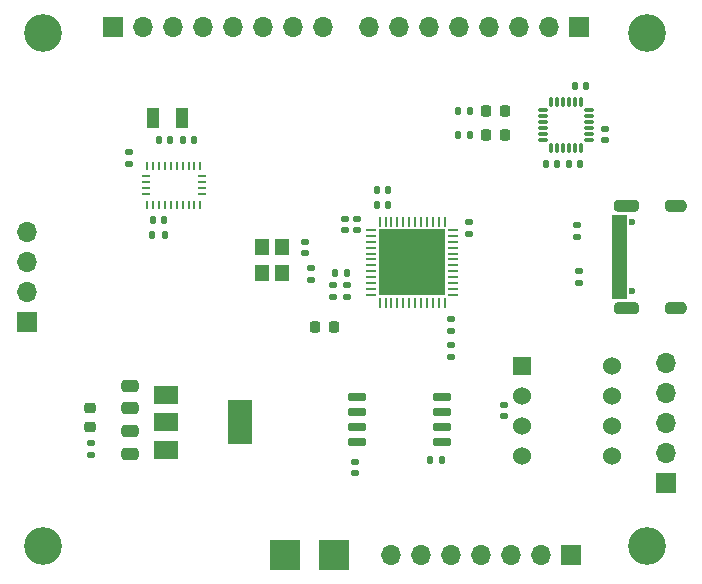
<source format=gbr>
%TF.GenerationSoftware,KiCad,Pcbnew,8.0.1*%
%TF.CreationDate,2024-07-28T14:25:14-07:00*%
%TF.ProjectId,RCS_Hardware,5243535f-4861-4726-9477-6172652e6b69,rev?*%
%TF.SameCoordinates,Original*%
%TF.FileFunction,Soldermask,Top*%
%TF.FilePolarity,Negative*%
%FSLAX46Y46*%
G04 Gerber Fmt 4.6, Leading zero omitted, Abs format (unit mm)*
G04 Created by KiCad (PCBNEW 8.0.1) date 2024-07-28 14:25:14*
%MOMM*%
%LPD*%
G01*
G04 APERTURE LIST*
G04 Aperture macros list*
%AMRoundRect*
0 Rectangle with rounded corners*
0 $1 Rounding radius*
0 $2 $3 $4 $5 $6 $7 $8 $9 X,Y pos of 4 corners*
0 Add a 4 corners polygon primitive as box body*
4,1,4,$2,$3,$4,$5,$6,$7,$8,$9,$2,$3,0*
0 Add four circle primitives for the rounded corners*
1,1,$1+$1,$2,$3*
1,1,$1+$1,$4,$5*
1,1,$1+$1,$6,$7*
1,1,$1+$1,$8,$9*
0 Add four rect primitives between the rounded corners*
20,1,$1+$1,$2,$3,$4,$5,0*
20,1,$1+$1,$4,$5,$6,$7,0*
20,1,$1+$1,$6,$7,$8,$9,0*
20,1,$1+$1,$8,$9,$2,$3,0*%
G04 Aperture macros list end*
%ADD10C,0.010000*%
%ADD11R,2.500000X2.500000*%
%ADD12RoundRect,0.140000X0.170000X-0.140000X0.170000X0.140000X-0.170000X0.140000X-0.170000X-0.140000X0*%
%ADD13RoundRect,0.140000X0.140000X0.170000X-0.140000X0.170000X-0.140000X-0.170000X0.140000X-0.170000X0*%
%ADD14R,1.524000X1.524000*%
%ADD15C,1.524000*%
%ADD16RoundRect,0.218750X-0.218750X-0.256250X0.218750X-0.256250X0.218750X0.256250X-0.218750X0.256250X0*%
%ADD17RoundRect,0.075000X-0.350000X-0.075000X0.350000X-0.075000X0.350000X0.075000X-0.350000X0.075000X0*%
%ADD18RoundRect,0.075000X0.075000X-0.350000X0.075000X0.350000X-0.075000X0.350000X-0.075000X-0.350000X0*%
%ADD19RoundRect,0.140000X-0.170000X0.140000X-0.170000X-0.140000X0.170000X-0.140000X0.170000X0.140000X0*%
%ADD20C,3.200000*%
%ADD21C,0.600000*%
%ADD22R,1.200000X1.400000*%
%ADD23RoundRect,0.140000X-0.140000X-0.170000X0.140000X-0.170000X0.140000X0.170000X-0.140000X0.170000X0*%
%ADD24R,1.700000X1.700000*%
%ADD25O,1.700000X1.700000*%
%ADD26RoundRect,0.135000X-0.185000X0.135000X-0.185000X-0.135000X0.185000X-0.135000X0.185000X0.135000X0*%
%ADD27RoundRect,0.150000X0.650000X0.150000X-0.650000X0.150000X-0.650000X-0.150000X0.650000X-0.150000X0*%
%ADD28RoundRect,0.135000X0.185000X-0.135000X0.185000X0.135000X-0.185000X0.135000X-0.185000X-0.135000X0*%
%ADD29RoundRect,0.250000X0.475000X-0.250000X0.475000X0.250000X-0.475000X0.250000X-0.475000X-0.250000X0*%
%ADD30RoundRect,0.135000X0.135000X0.185000X-0.135000X0.185000X-0.135000X-0.185000X0.135000X-0.185000X0*%
%ADD31RoundRect,0.135000X-0.135000X-0.185000X0.135000X-0.185000X0.135000X0.185000X-0.135000X0.185000X0*%
%ADD32RoundRect,0.062500X-0.375000X-0.062500X0.375000X-0.062500X0.375000X0.062500X-0.375000X0.062500X0*%
%ADD33RoundRect,0.062500X-0.062500X-0.375000X0.062500X-0.375000X0.062500X0.375000X-0.062500X0.375000X0*%
%ADD34R,5.600000X5.600000*%
%ADD35R,1.000000X1.800000*%
%ADD36R,2.000000X1.500000*%
%ADD37R,2.000000X3.800000*%
%ADD38RoundRect,0.218750X0.256250X-0.218750X0.256250X0.218750X-0.256250X0.218750X-0.256250X-0.218750X0*%
%ADD39R,0.254000X0.675000*%
%ADD40R,0.675000X0.254000*%
G04 APERTURE END LIST*
D10*
%TO.C,J2*%
X159926000Y-93876000D02*
X159952000Y-93878000D01*
X159978000Y-93881000D01*
X160004000Y-93886000D01*
X160029000Y-93892000D01*
X160055000Y-93899000D01*
X160079000Y-93908000D01*
X160103000Y-93918000D01*
X160127000Y-93929000D01*
X160150000Y-93942000D01*
X160172000Y-93956000D01*
X160194000Y-93970000D01*
X160215000Y-93986000D01*
X160235000Y-94003000D01*
X160254000Y-94021000D01*
X160272000Y-94040000D01*
X160289000Y-94060000D01*
X160305000Y-94081000D01*
X160319000Y-94103000D01*
X160333000Y-94125000D01*
X160346000Y-94148000D01*
X160357000Y-94172000D01*
X160367000Y-94196000D01*
X160376000Y-94220000D01*
X160383000Y-94246000D01*
X160389000Y-94271000D01*
X160394000Y-94297000D01*
X160397000Y-94323000D01*
X160399000Y-94349000D01*
X160400000Y-94375000D01*
X160399000Y-94401000D01*
X160397000Y-94427000D01*
X160394000Y-94453000D01*
X160389000Y-94479000D01*
X160383000Y-94504000D01*
X160376000Y-94530000D01*
X160367000Y-94554000D01*
X160357000Y-94578000D01*
X160346000Y-94602000D01*
X160333000Y-94625000D01*
X160319000Y-94647000D01*
X160305000Y-94669000D01*
X160289000Y-94690000D01*
X160272000Y-94710000D01*
X160254000Y-94729000D01*
X160235000Y-94747000D01*
X160215000Y-94764000D01*
X160194000Y-94780000D01*
X160172000Y-94794000D01*
X160150000Y-94808000D01*
X160127000Y-94821000D01*
X160103000Y-94832000D01*
X160079000Y-94842000D01*
X160055000Y-94851000D01*
X160029000Y-94858000D01*
X160004000Y-94864000D01*
X159978000Y-94869000D01*
X159952000Y-94872000D01*
X159926000Y-94874000D01*
X159900000Y-94875000D01*
X159100000Y-94875000D01*
X159074000Y-94874000D01*
X159048000Y-94872000D01*
X159022000Y-94869000D01*
X158996000Y-94864000D01*
X158971000Y-94858000D01*
X158945000Y-94851000D01*
X158921000Y-94842000D01*
X158897000Y-94832000D01*
X158873000Y-94821000D01*
X158850000Y-94808000D01*
X158828000Y-94794000D01*
X158806000Y-94780000D01*
X158785000Y-94764000D01*
X158765000Y-94747000D01*
X158746000Y-94729000D01*
X158728000Y-94710000D01*
X158711000Y-94690000D01*
X158695000Y-94669000D01*
X158681000Y-94647000D01*
X158667000Y-94625000D01*
X158654000Y-94602000D01*
X158643000Y-94578000D01*
X158633000Y-94554000D01*
X158624000Y-94530000D01*
X158617000Y-94504000D01*
X158611000Y-94479000D01*
X158606000Y-94453000D01*
X158603000Y-94427000D01*
X158601000Y-94401000D01*
X158600000Y-94375000D01*
X158601000Y-94349000D01*
X158603000Y-94323000D01*
X158606000Y-94297000D01*
X158611000Y-94271000D01*
X158617000Y-94246000D01*
X158624000Y-94220000D01*
X158633000Y-94196000D01*
X158643000Y-94172000D01*
X158654000Y-94148000D01*
X158667000Y-94125000D01*
X158681000Y-94103000D01*
X158695000Y-94081000D01*
X158711000Y-94060000D01*
X158728000Y-94040000D01*
X158746000Y-94021000D01*
X158765000Y-94003000D01*
X158785000Y-93986000D01*
X158806000Y-93970000D01*
X158828000Y-93956000D01*
X158850000Y-93942000D01*
X158873000Y-93929000D01*
X158897000Y-93918000D01*
X158921000Y-93908000D01*
X158945000Y-93899000D01*
X158971000Y-93892000D01*
X158996000Y-93886000D01*
X159022000Y-93881000D01*
X159048000Y-93878000D01*
X159074000Y-93876000D01*
X159100000Y-93875000D01*
X159900000Y-93875000D01*
X159926000Y-93876000D01*
G36*
X159926000Y-93876000D02*
G01*
X159952000Y-93878000D01*
X159978000Y-93881000D01*
X160004000Y-93886000D01*
X160029000Y-93892000D01*
X160055000Y-93899000D01*
X160079000Y-93908000D01*
X160103000Y-93918000D01*
X160127000Y-93929000D01*
X160150000Y-93942000D01*
X160172000Y-93956000D01*
X160194000Y-93970000D01*
X160215000Y-93986000D01*
X160235000Y-94003000D01*
X160254000Y-94021000D01*
X160272000Y-94040000D01*
X160289000Y-94060000D01*
X160305000Y-94081000D01*
X160319000Y-94103000D01*
X160333000Y-94125000D01*
X160346000Y-94148000D01*
X160357000Y-94172000D01*
X160367000Y-94196000D01*
X160376000Y-94220000D01*
X160383000Y-94246000D01*
X160389000Y-94271000D01*
X160394000Y-94297000D01*
X160397000Y-94323000D01*
X160399000Y-94349000D01*
X160400000Y-94375000D01*
X160399000Y-94401000D01*
X160397000Y-94427000D01*
X160394000Y-94453000D01*
X160389000Y-94479000D01*
X160383000Y-94504000D01*
X160376000Y-94530000D01*
X160367000Y-94554000D01*
X160357000Y-94578000D01*
X160346000Y-94602000D01*
X160333000Y-94625000D01*
X160319000Y-94647000D01*
X160305000Y-94669000D01*
X160289000Y-94690000D01*
X160272000Y-94710000D01*
X160254000Y-94729000D01*
X160235000Y-94747000D01*
X160215000Y-94764000D01*
X160194000Y-94780000D01*
X160172000Y-94794000D01*
X160150000Y-94808000D01*
X160127000Y-94821000D01*
X160103000Y-94832000D01*
X160079000Y-94842000D01*
X160055000Y-94851000D01*
X160029000Y-94858000D01*
X160004000Y-94864000D01*
X159978000Y-94869000D01*
X159952000Y-94872000D01*
X159926000Y-94874000D01*
X159900000Y-94875000D01*
X159100000Y-94875000D01*
X159074000Y-94874000D01*
X159048000Y-94872000D01*
X159022000Y-94869000D01*
X158996000Y-94864000D01*
X158971000Y-94858000D01*
X158945000Y-94851000D01*
X158921000Y-94842000D01*
X158897000Y-94832000D01*
X158873000Y-94821000D01*
X158850000Y-94808000D01*
X158828000Y-94794000D01*
X158806000Y-94780000D01*
X158785000Y-94764000D01*
X158765000Y-94747000D01*
X158746000Y-94729000D01*
X158728000Y-94710000D01*
X158711000Y-94690000D01*
X158695000Y-94669000D01*
X158681000Y-94647000D01*
X158667000Y-94625000D01*
X158654000Y-94602000D01*
X158643000Y-94578000D01*
X158633000Y-94554000D01*
X158624000Y-94530000D01*
X158617000Y-94504000D01*
X158611000Y-94479000D01*
X158606000Y-94453000D01*
X158603000Y-94427000D01*
X158601000Y-94401000D01*
X158600000Y-94375000D01*
X158601000Y-94349000D01*
X158603000Y-94323000D01*
X158606000Y-94297000D01*
X158611000Y-94271000D01*
X158617000Y-94246000D01*
X158624000Y-94220000D01*
X158633000Y-94196000D01*
X158643000Y-94172000D01*
X158654000Y-94148000D01*
X158667000Y-94125000D01*
X158681000Y-94103000D01*
X158695000Y-94081000D01*
X158711000Y-94060000D01*
X158728000Y-94040000D01*
X158746000Y-94021000D01*
X158765000Y-94003000D01*
X158785000Y-93986000D01*
X158806000Y-93970000D01*
X158828000Y-93956000D01*
X158850000Y-93942000D01*
X158873000Y-93929000D01*
X158897000Y-93918000D01*
X158921000Y-93908000D01*
X158945000Y-93899000D01*
X158971000Y-93892000D01*
X158996000Y-93886000D01*
X159022000Y-93881000D01*
X159048000Y-93878000D01*
X159074000Y-93876000D01*
X159100000Y-93875000D01*
X159900000Y-93875000D01*
X159926000Y-93876000D01*
G37*
X155906000Y-93876000D02*
X155932000Y-93878000D01*
X155958000Y-93881000D01*
X155984000Y-93886000D01*
X156009000Y-93892000D01*
X156035000Y-93899000D01*
X156059000Y-93908000D01*
X156083000Y-93918000D01*
X156107000Y-93929000D01*
X156130000Y-93942000D01*
X156152000Y-93956000D01*
X156174000Y-93970000D01*
X156195000Y-93986000D01*
X156215000Y-94003000D01*
X156234000Y-94021000D01*
X156252000Y-94040000D01*
X156269000Y-94060000D01*
X156285000Y-94081000D01*
X156299000Y-94103000D01*
X156313000Y-94125000D01*
X156326000Y-94148000D01*
X156337000Y-94172000D01*
X156347000Y-94196000D01*
X156356000Y-94220000D01*
X156363000Y-94246000D01*
X156369000Y-94271000D01*
X156374000Y-94297000D01*
X156377000Y-94323000D01*
X156379000Y-94349000D01*
X156380000Y-94375000D01*
X156379000Y-94405000D01*
X156376000Y-94432000D01*
X156372000Y-94458000D01*
X156367000Y-94484000D01*
X156360000Y-94509000D01*
X156353000Y-94534000D01*
X156343000Y-94559000D01*
X156333000Y-94583000D01*
X156321000Y-94607000D01*
X156308000Y-94630000D01*
X156294000Y-94652000D01*
X156278000Y-94674000D01*
X156262000Y-94695000D01*
X156244000Y-94714000D01*
X156226000Y-94733000D01*
X156206000Y-94751000D01*
X156186000Y-94768000D01*
X156165000Y-94784000D01*
X156143000Y-94798000D01*
X156120000Y-94812000D01*
X156096000Y-94824000D01*
X156072000Y-94835000D01*
X156048000Y-94845000D01*
X156023000Y-94853000D01*
X155997000Y-94860000D01*
X155971000Y-94866000D01*
X155945000Y-94870000D01*
X155919000Y-94873000D01*
X155893000Y-94875000D01*
X155870000Y-94875000D01*
X154770000Y-94875000D01*
X154740000Y-94874000D01*
X154715000Y-94871000D01*
X154689000Y-94868000D01*
X154664000Y-94862000D01*
X154639000Y-94856000D01*
X154614000Y-94848000D01*
X154590000Y-94839000D01*
X154566000Y-94829000D01*
X154543000Y-94817000D01*
X154520000Y-94804000D01*
X154498000Y-94790000D01*
X154477000Y-94775000D01*
X154457000Y-94759000D01*
X154437000Y-94742000D01*
X154419000Y-94724000D01*
X154401000Y-94705000D01*
X154385000Y-94685000D01*
X154369000Y-94664000D01*
X154355000Y-94642000D01*
X154342000Y-94620000D01*
X154330000Y-94597000D01*
X154319000Y-94573000D01*
X154310000Y-94549000D01*
X154302000Y-94525000D01*
X154295000Y-94500000D01*
X154289000Y-94474000D01*
X154285000Y-94449000D01*
X154282000Y-94423000D01*
X154280000Y-94397000D01*
X154280000Y-94375000D01*
X154281000Y-94349000D01*
X154283000Y-94323000D01*
X154286000Y-94297000D01*
X154291000Y-94271000D01*
X154297000Y-94246000D01*
X154304000Y-94220000D01*
X154313000Y-94196000D01*
X154323000Y-94172000D01*
X154334000Y-94148000D01*
X154347000Y-94125000D01*
X154361000Y-94103000D01*
X154375000Y-94081000D01*
X154391000Y-94060000D01*
X154408000Y-94040000D01*
X154426000Y-94021000D01*
X154445000Y-94003000D01*
X154465000Y-93986000D01*
X154486000Y-93970000D01*
X154508000Y-93956000D01*
X154530000Y-93942000D01*
X154553000Y-93929000D01*
X154577000Y-93918000D01*
X154601000Y-93908000D01*
X154625000Y-93899000D01*
X154651000Y-93892000D01*
X154676000Y-93886000D01*
X154702000Y-93881000D01*
X154728000Y-93878000D01*
X154754000Y-93876000D01*
X154780000Y-93875000D01*
X155880000Y-93875000D01*
X155906000Y-93876000D01*
G36*
X155906000Y-93876000D02*
G01*
X155932000Y-93878000D01*
X155958000Y-93881000D01*
X155984000Y-93886000D01*
X156009000Y-93892000D01*
X156035000Y-93899000D01*
X156059000Y-93908000D01*
X156083000Y-93918000D01*
X156107000Y-93929000D01*
X156130000Y-93942000D01*
X156152000Y-93956000D01*
X156174000Y-93970000D01*
X156195000Y-93986000D01*
X156215000Y-94003000D01*
X156234000Y-94021000D01*
X156252000Y-94040000D01*
X156269000Y-94060000D01*
X156285000Y-94081000D01*
X156299000Y-94103000D01*
X156313000Y-94125000D01*
X156326000Y-94148000D01*
X156337000Y-94172000D01*
X156347000Y-94196000D01*
X156356000Y-94220000D01*
X156363000Y-94246000D01*
X156369000Y-94271000D01*
X156374000Y-94297000D01*
X156377000Y-94323000D01*
X156379000Y-94349000D01*
X156380000Y-94375000D01*
X156379000Y-94405000D01*
X156376000Y-94432000D01*
X156372000Y-94458000D01*
X156367000Y-94484000D01*
X156360000Y-94509000D01*
X156353000Y-94534000D01*
X156343000Y-94559000D01*
X156333000Y-94583000D01*
X156321000Y-94607000D01*
X156308000Y-94630000D01*
X156294000Y-94652000D01*
X156278000Y-94674000D01*
X156262000Y-94695000D01*
X156244000Y-94714000D01*
X156226000Y-94733000D01*
X156206000Y-94751000D01*
X156186000Y-94768000D01*
X156165000Y-94784000D01*
X156143000Y-94798000D01*
X156120000Y-94812000D01*
X156096000Y-94824000D01*
X156072000Y-94835000D01*
X156048000Y-94845000D01*
X156023000Y-94853000D01*
X155997000Y-94860000D01*
X155971000Y-94866000D01*
X155945000Y-94870000D01*
X155919000Y-94873000D01*
X155893000Y-94875000D01*
X155870000Y-94875000D01*
X154770000Y-94875000D01*
X154740000Y-94874000D01*
X154715000Y-94871000D01*
X154689000Y-94868000D01*
X154664000Y-94862000D01*
X154639000Y-94856000D01*
X154614000Y-94848000D01*
X154590000Y-94839000D01*
X154566000Y-94829000D01*
X154543000Y-94817000D01*
X154520000Y-94804000D01*
X154498000Y-94790000D01*
X154477000Y-94775000D01*
X154457000Y-94759000D01*
X154437000Y-94742000D01*
X154419000Y-94724000D01*
X154401000Y-94705000D01*
X154385000Y-94685000D01*
X154369000Y-94664000D01*
X154355000Y-94642000D01*
X154342000Y-94620000D01*
X154330000Y-94597000D01*
X154319000Y-94573000D01*
X154310000Y-94549000D01*
X154302000Y-94525000D01*
X154295000Y-94500000D01*
X154289000Y-94474000D01*
X154285000Y-94449000D01*
X154282000Y-94423000D01*
X154280000Y-94397000D01*
X154280000Y-94375000D01*
X154281000Y-94349000D01*
X154283000Y-94323000D01*
X154286000Y-94297000D01*
X154291000Y-94271000D01*
X154297000Y-94246000D01*
X154304000Y-94220000D01*
X154313000Y-94196000D01*
X154323000Y-94172000D01*
X154334000Y-94148000D01*
X154347000Y-94125000D01*
X154361000Y-94103000D01*
X154375000Y-94081000D01*
X154391000Y-94060000D01*
X154408000Y-94040000D01*
X154426000Y-94021000D01*
X154445000Y-94003000D01*
X154465000Y-93986000D01*
X154486000Y-93970000D01*
X154508000Y-93956000D01*
X154530000Y-93942000D01*
X154553000Y-93929000D01*
X154577000Y-93918000D01*
X154601000Y-93908000D01*
X154625000Y-93899000D01*
X154651000Y-93892000D01*
X154676000Y-93886000D01*
X154702000Y-93881000D01*
X154728000Y-93878000D01*
X154754000Y-93876000D01*
X154780000Y-93875000D01*
X155880000Y-93875000D01*
X155906000Y-93876000D01*
G37*
X159926000Y-102526000D02*
X159952000Y-102528000D01*
X159978000Y-102531000D01*
X160004000Y-102536000D01*
X160029000Y-102542000D01*
X160055000Y-102549000D01*
X160079000Y-102558000D01*
X160103000Y-102568000D01*
X160127000Y-102579000D01*
X160150000Y-102592000D01*
X160172000Y-102606000D01*
X160194000Y-102620000D01*
X160215000Y-102636000D01*
X160235000Y-102653000D01*
X160254000Y-102671000D01*
X160272000Y-102690000D01*
X160289000Y-102710000D01*
X160305000Y-102731000D01*
X160319000Y-102753000D01*
X160333000Y-102775000D01*
X160346000Y-102798000D01*
X160357000Y-102822000D01*
X160367000Y-102846000D01*
X160376000Y-102870000D01*
X160383000Y-102896000D01*
X160389000Y-102921000D01*
X160394000Y-102947000D01*
X160397000Y-102973000D01*
X160399000Y-102999000D01*
X160400000Y-103025000D01*
X160399000Y-103051000D01*
X160397000Y-103077000D01*
X160394000Y-103103000D01*
X160389000Y-103129000D01*
X160383000Y-103154000D01*
X160376000Y-103180000D01*
X160367000Y-103204000D01*
X160357000Y-103228000D01*
X160346000Y-103252000D01*
X160333000Y-103275000D01*
X160319000Y-103297000D01*
X160305000Y-103319000D01*
X160289000Y-103340000D01*
X160272000Y-103360000D01*
X160254000Y-103379000D01*
X160235000Y-103397000D01*
X160215000Y-103414000D01*
X160194000Y-103430000D01*
X160172000Y-103444000D01*
X160150000Y-103458000D01*
X160127000Y-103471000D01*
X160103000Y-103482000D01*
X160079000Y-103492000D01*
X160055000Y-103501000D01*
X160029000Y-103508000D01*
X160004000Y-103514000D01*
X159978000Y-103519000D01*
X159952000Y-103522000D01*
X159926000Y-103524000D01*
X159900000Y-103525000D01*
X159100000Y-103525000D01*
X159074000Y-103524000D01*
X159048000Y-103522000D01*
X159022000Y-103519000D01*
X158996000Y-103514000D01*
X158971000Y-103508000D01*
X158945000Y-103501000D01*
X158921000Y-103492000D01*
X158897000Y-103482000D01*
X158873000Y-103471000D01*
X158850000Y-103458000D01*
X158828000Y-103444000D01*
X158806000Y-103430000D01*
X158785000Y-103414000D01*
X158765000Y-103397000D01*
X158746000Y-103379000D01*
X158728000Y-103360000D01*
X158711000Y-103340000D01*
X158695000Y-103319000D01*
X158681000Y-103297000D01*
X158667000Y-103275000D01*
X158654000Y-103252000D01*
X158643000Y-103228000D01*
X158633000Y-103204000D01*
X158624000Y-103180000D01*
X158617000Y-103154000D01*
X158611000Y-103129000D01*
X158606000Y-103103000D01*
X158603000Y-103077000D01*
X158601000Y-103051000D01*
X158600000Y-103025000D01*
X158601000Y-102999000D01*
X158603000Y-102973000D01*
X158606000Y-102947000D01*
X158611000Y-102921000D01*
X158617000Y-102896000D01*
X158624000Y-102870000D01*
X158633000Y-102846000D01*
X158643000Y-102822000D01*
X158654000Y-102798000D01*
X158667000Y-102775000D01*
X158681000Y-102753000D01*
X158695000Y-102731000D01*
X158711000Y-102710000D01*
X158728000Y-102690000D01*
X158746000Y-102671000D01*
X158765000Y-102653000D01*
X158785000Y-102636000D01*
X158806000Y-102620000D01*
X158828000Y-102606000D01*
X158850000Y-102592000D01*
X158873000Y-102579000D01*
X158897000Y-102568000D01*
X158921000Y-102558000D01*
X158945000Y-102549000D01*
X158971000Y-102542000D01*
X158996000Y-102536000D01*
X159022000Y-102531000D01*
X159048000Y-102528000D01*
X159074000Y-102526000D01*
X159100000Y-102525000D01*
X159900000Y-102525000D01*
X159926000Y-102526000D01*
G36*
X159926000Y-102526000D02*
G01*
X159952000Y-102528000D01*
X159978000Y-102531000D01*
X160004000Y-102536000D01*
X160029000Y-102542000D01*
X160055000Y-102549000D01*
X160079000Y-102558000D01*
X160103000Y-102568000D01*
X160127000Y-102579000D01*
X160150000Y-102592000D01*
X160172000Y-102606000D01*
X160194000Y-102620000D01*
X160215000Y-102636000D01*
X160235000Y-102653000D01*
X160254000Y-102671000D01*
X160272000Y-102690000D01*
X160289000Y-102710000D01*
X160305000Y-102731000D01*
X160319000Y-102753000D01*
X160333000Y-102775000D01*
X160346000Y-102798000D01*
X160357000Y-102822000D01*
X160367000Y-102846000D01*
X160376000Y-102870000D01*
X160383000Y-102896000D01*
X160389000Y-102921000D01*
X160394000Y-102947000D01*
X160397000Y-102973000D01*
X160399000Y-102999000D01*
X160400000Y-103025000D01*
X160399000Y-103051000D01*
X160397000Y-103077000D01*
X160394000Y-103103000D01*
X160389000Y-103129000D01*
X160383000Y-103154000D01*
X160376000Y-103180000D01*
X160367000Y-103204000D01*
X160357000Y-103228000D01*
X160346000Y-103252000D01*
X160333000Y-103275000D01*
X160319000Y-103297000D01*
X160305000Y-103319000D01*
X160289000Y-103340000D01*
X160272000Y-103360000D01*
X160254000Y-103379000D01*
X160235000Y-103397000D01*
X160215000Y-103414000D01*
X160194000Y-103430000D01*
X160172000Y-103444000D01*
X160150000Y-103458000D01*
X160127000Y-103471000D01*
X160103000Y-103482000D01*
X160079000Y-103492000D01*
X160055000Y-103501000D01*
X160029000Y-103508000D01*
X160004000Y-103514000D01*
X159978000Y-103519000D01*
X159952000Y-103522000D01*
X159926000Y-103524000D01*
X159900000Y-103525000D01*
X159100000Y-103525000D01*
X159074000Y-103524000D01*
X159048000Y-103522000D01*
X159022000Y-103519000D01*
X158996000Y-103514000D01*
X158971000Y-103508000D01*
X158945000Y-103501000D01*
X158921000Y-103492000D01*
X158897000Y-103482000D01*
X158873000Y-103471000D01*
X158850000Y-103458000D01*
X158828000Y-103444000D01*
X158806000Y-103430000D01*
X158785000Y-103414000D01*
X158765000Y-103397000D01*
X158746000Y-103379000D01*
X158728000Y-103360000D01*
X158711000Y-103340000D01*
X158695000Y-103319000D01*
X158681000Y-103297000D01*
X158667000Y-103275000D01*
X158654000Y-103252000D01*
X158643000Y-103228000D01*
X158633000Y-103204000D01*
X158624000Y-103180000D01*
X158617000Y-103154000D01*
X158611000Y-103129000D01*
X158606000Y-103103000D01*
X158603000Y-103077000D01*
X158601000Y-103051000D01*
X158600000Y-103025000D01*
X158601000Y-102999000D01*
X158603000Y-102973000D01*
X158606000Y-102947000D01*
X158611000Y-102921000D01*
X158617000Y-102896000D01*
X158624000Y-102870000D01*
X158633000Y-102846000D01*
X158643000Y-102822000D01*
X158654000Y-102798000D01*
X158667000Y-102775000D01*
X158681000Y-102753000D01*
X158695000Y-102731000D01*
X158711000Y-102710000D01*
X158728000Y-102690000D01*
X158746000Y-102671000D01*
X158765000Y-102653000D01*
X158785000Y-102636000D01*
X158806000Y-102620000D01*
X158828000Y-102606000D01*
X158850000Y-102592000D01*
X158873000Y-102579000D01*
X158897000Y-102568000D01*
X158921000Y-102558000D01*
X158945000Y-102549000D01*
X158971000Y-102542000D01*
X158996000Y-102536000D01*
X159022000Y-102531000D01*
X159048000Y-102528000D01*
X159074000Y-102526000D01*
X159100000Y-102525000D01*
X159900000Y-102525000D01*
X159926000Y-102526000D01*
G37*
X155906000Y-102526000D02*
X155932000Y-102528000D01*
X155958000Y-102531000D01*
X155984000Y-102536000D01*
X156009000Y-102542000D01*
X156035000Y-102549000D01*
X156059000Y-102558000D01*
X156083000Y-102568000D01*
X156107000Y-102579000D01*
X156130000Y-102592000D01*
X156152000Y-102606000D01*
X156174000Y-102620000D01*
X156195000Y-102636000D01*
X156215000Y-102653000D01*
X156234000Y-102671000D01*
X156252000Y-102690000D01*
X156269000Y-102710000D01*
X156285000Y-102731000D01*
X156299000Y-102753000D01*
X156313000Y-102775000D01*
X156326000Y-102798000D01*
X156337000Y-102822000D01*
X156347000Y-102846000D01*
X156356000Y-102870000D01*
X156363000Y-102896000D01*
X156369000Y-102921000D01*
X156374000Y-102947000D01*
X156377000Y-102973000D01*
X156379000Y-102999000D01*
X156380000Y-103025000D01*
X156379000Y-103051000D01*
X156377000Y-103077000D01*
X156374000Y-103103000D01*
X156369000Y-103129000D01*
X156363000Y-103154000D01*
X156356000Y-103180000D01*
X156347000Y-103204000D01*
X156337000Y-103228000D01*
X156326000Y-103252000D01*
X156313000Y-103275000D01*
X156299000Y-103297000D01*
X156285000Y-103319000D01*
X156269000Y-103340000D01*
X156252000Y-103360000D01*
X156234000Y-103379000D01*
X156215000Y-103397000D01*
X156195000Y-103414000D01*
X156174000Y-103430000D01*
X156152000Y-103444000D01*
X156130000Y-103458000D01*
X156107000Y-103471000D01*
X156083000Y-103482000D01*
X156059000Y-103492000D01*
X156035000Y-103501000D01*
X156009000Y-103508000D01*
X155984000Y-103514000D01*
X155958000Y-103519000D01*
X155932000Y-103522000D01*
X155906000Y-103524000D01*
X155880000Y-103525000D01*
X154780000Y-103525000D01*
X154754000Y-103524000D01*
X154728000Y-103522000D01*
X154702000Y-103519000D01*
X154676000Y-103514000D01*
X154651000Y-103508000D01*
X154625000Y-103501000D01*
X154601000Y-103492000D01*
X154577000Y-103482000D01*
X154553000Y-103471000D01*
X154530000Y-103458000D01*
X154508000Y-103444000D01*
X154486000Y-103430000D01*
X154465000Y-103414000D01*
X154445000Y-103397000D01*
X154426000Y-103379000D01*
X154408000Y-103360000D01*
X154391000Y-103340000D01*
X154375000Y-103319000D01*
X154361000Y-103297000D01*
X154347000Y-103275000D01*
X154334000Y-103252000D01*
X154323000Y-103228000D01*
X154313000Y-103204000D01*
X154304000Y-103180000D01*
X154297000Y-103154000D01*
X154291000Y-103129000D01*
X154286000Y-103103000D01*
X154283000Y-103077000D01*
X154281000Y-103051000D01*
X154280000Y-103025000D01*
X154281000Y-102999000D01*
X154283000Y-102973000D01*
X154286000Y-102947000D01*
X154291000Y-102921000D01*
X154297000Y-102896000D01*
X154304000Y-102870000D01*
X154313000Y-102846000D01*
X154323000Y-102822000D01*
X154334000Y-102798000D01*
X154347000Y-102775000D01*
X154361000Y-102753000D01*
X154375000Y-102731000D01*
X154391000Y-102710000D01*
X154408000Y-102690000D01*
X154426000Y-102671000D01*
X154445000Y-102653000D01*
X154465000Y-102636000D01*
X154486000Y-102620000D01*
X154508000Y-102606000D01*
X154530000Y-102592000D01*
X154553000Y-102579000D01*
X154577000Y-102568000D01*
X154601000Y-102558000D01*
X154625000Y-102549000D01*
X154651000Y-102542000D01*
X154676000Y-102536000D01*
X154702000Y-102531000D01*
X154728000Y-102528000D01*
X154754000Y-102526000D01*
X154780000Y-102525000D01*
X155880000Y-102525000D01*
X155906000Y-102526000D01*
G36*
X155906000Y-102526000D02*
G01*
X155932000Y-102528000D01*
X155958000Y-102531000D01*
X155984000Y-102536000D01*
X156009000Y-102542000D01*
X156035000Y-102549000D01*
X156059000Y-102558000D01*
X156083000Y-102568000D01*
X156107000Y-102579000D01*
X156130000Y-102592000D01*
X156152000Y-102606000D01*
X156174000Y-102620000D01*
X156195000Y-102636000D01*
X156215000Y-102653000D01*
X156234000Y-102671000D01*
X156252000Y-102690000D01*
X156269000Y-102710000D01*
X156285000Y-102731000D01*
X156299000Y-102753000D01*
X156313000Y-102775000D01*
X156326000Y-102798000D01*
X156337000Y-102822000D01*
X156347000Y-102846000D01*
X156356000Y-102870000D01*
X156363000Y-102896000D01*
X156369000Y-102921000D01*
X156374000Y-102947000D01*
X156377000Y-102973000D01*
X156379000Y-102999000D01*
X156380000Y-103025000D01*
X156379000Y-103051000D01*
X156377000Y-103077000D01*
X156374000Y-103103000D01*
X156369000Y-103129000D01*
X156363000Y-103154000D01*
X156356000Y-103180000D01*
X156347000Y-103204000D01*
X156337000Y-103228000D01*
X156326000Y-103252000D01*
X156313000Y-103275000D01*
X156299000Y-103297000D01*
X156285000Y-103319000D01*
X156269000Y-103340000D01*
X156252000Y-103360000D01*
X156234000Y-103379000D01*
X156215000Y-103397000D01*
X156195000Y-103414000D01*
X156174000Y-103430000D01*
X156152000Y-103444000D01*
X156130000Y-103458000D01*
X156107000Y-103471000D01*
X156083000Y-103482000D01*
X156059000Y-103492000D01*
X156035000Y-103501000D01*
X156009000Y-103508000D01*
X155984000Y-103514000D01*
X155958000Y-103519000D01*
X155932000Y-103522000D01*
X155906000Y-103524000D01*
X155880000Y-103525000D01*
X154780000Y-103525000D01*
X154754000Y-103524000D01*
X154728000Y-103522000D01*
X154702000Y-103519000D01*
X154676000Y-103514000D01*
X154651000Y-103508000D01*
X154625000Y-103501000D01*
X154601000Y-103492000D01*
X154577000Y-103482000D01*
X154553000Y-103471000D01*
X154530000Y-103458000D01*
X154508000Y-103444000D01*
X154486000Y-103430000D01*
X154465000Y-103414000D01*
X154445000Y-103397000D01*
X154426000Y-103379000D01*
X154408000Y-103360000D01*
X154391000Y-103340000D01*
X154375000Y-103319000D01*
X154361000Y-103297000D01*
X154347000Y-103275000D01*
X154334000Y-103252000D01*
X154323000Y-103228000D01*
X154313000Y-103204000D01*
X154304000Y-103180000D01*
X154297000Y-103154000D01*
X154291000Y-103129000D01*
X154286000Y-103103000D01*
X154283000Y-103077000D01*
X154281000Y-103051000D01*
X154280000Y-103025000D01*
X154281000Y-102999000D01*
X154283000Y-102973000D01*
X154286000Y-102947000D01*
X154291000Y-102921000D01*
X154297000Y-102896000D01*
X154304000Y-102870000D01*
X154313000Y-102846000D01*
X154323000Y-102822000D01*
X154334000Y-102798000D01*
X154347000Y-102775000D01*
X154361000Y-102753000D01*
X154375000Y-102731000D01*
X154391000Y-102710000D01*
X154408000Y-102690000D01*
X154426000Y-102671000D01*
X154445000Y-102653000D01*
X154465000Y-102636000D01*
X154486000Y-102620000D01*
X154508000Y-102606000D01*
X154530000Y-102592000D01*
X154553000Y-102579000D01*
X154577000Y-102568000D01*
X154601000Y-102558000D01*
X154625000Y-102549000D01*
X154651000Y-102542000D01*
X154676000Y-102536000D01*
X154702000Y-102531000D01*
X154728000Y-102528000D01*
X154754000Y-102526000D01*
X154780000Y-102525000D01*
X155880000Y-102525000D01*
X155906000Y-102526000D01*
G37*
X155370000Y-95850000D02*
X154130000Y-95850000D01*
X154130000Y-95150000D01*
X155370000Y-95150000D01*
X155370000Y-95850000D01*
G36*
X155370000Y-95850000D02*
G01*
X154130000Y-95850000D01*
X154130000Y-95150000D01*
X155370000Y-95150000D01*
X155370000Y-95850000D01*
G37*
X155370000Y-96650000D02*
X154130000Y-96650000D01*
X154130000Y-95950000D01*
X155370000Y-95950000D01*
X155370000Y-96650000D01*
G36*
X155370000Y-96650000D02*
G01*
X154130000Y-96650000D01*
X154130000Y-95950000D01*
X155370000Y-95950000D01*
X155370000Y-96650000D01*
G37*
X155370000Y-97150000D02*
X154130000Y-97150000D01*
X154130000Y-96750000D01*
X155370000Y-96750000D01*
X155370000Y-97150000D01*
G36*
X155370000Y-97150000D02*
G01*
X154130000Y-97150000D01*
X154130000Y-96750000D01*
X155370000Y-96750000D01*
X155370000Y-97150000D01*
G37*
X155370000Y-97650000D02*
X154130000Y-97650000D01*
X154130000Y-97250000D01*
X155370000Y-97250000D01*
X155370000Y-97650000D01*
G36*
X155370000Y-97650000D02*
G01*
X154130000Y-97650000D01*
X154130000Y-97250000D01*
X155370000Y-97250000D01*
X155370000Y-97650000D01*
G37*
X155370000Y-98150000D02*
X154130000Y-98150000D01*
X154130000Y-97750000D01*
X155370000Y-97750000D01*
X155370000Y-98150000D01*
G36*
X155370000Y-98150000D02*
G01*
X154130000Y-98150000D01*
X154130000Y-97750000D01*
X155370000Y-97750000D01*
X155370000Y-98150000D01*
G37*
X155370000Y-98650000D02*
X154130000Y-98650000D01*
X154130000Y-98250000D01*
X155370000Y-98250000D01*
X155370000Y-98650000D01*
G36*
X155370000Y-98650000D02*
G01*
X154130000Y-98650000D01*
X154130000Y-98250000D01*
X155370000Y-98250000D01*
X155370000Y-98650000D01*
G37*
X155370000Y-99150000D02*
X154130000Y-99150000D01*
X154130000Y-98750000D01*
X155370000Y-98750000D01*
X155370000Y-99150000D01*
G36*
X155370000Y-99150000D02*
G01*
X154130000Y-99150000D01*
X154130000Y-98750000D01*
X155370000Y-98750000D01*
X155370000Y-99150000D01*
G37*
X155370000Y-99650000D02*
X154130000Y-99650000D01*
X154130000Y-99250000D01*
X155370000Y-99250000D01*
X155370000Y-99650000D01*
G36*
X155370000Y-99650000D02*
G01*
X154130000Y-99650000D01*
X154130000Y-99250000D01*
X155370000Y-99250000D01*
X155370000Y-99650000D01*
G37*
X155370000Y-100150000D02*
X154130000Y-100150000D01*
X154130000Y-99750000D01*
X155370000Y-99750000D01*
X155370000Y-100150000D01*
G36*
X155370000Y-100150000D02*
G01*
X154130000Y-100150000D01*
X154130000Y-99750000D01*
X155370000Y-99750000D01*
X155370000Y-100150000D01*
G37*
X155370000Y-100650000D02*
X154130000Y-100650000D01*
X154130000Y-100250000D01*
X155370000Y-100250000D01*
X155370000Y-100650000D01*
G36*
X155370000Y-100650000D02*
G01*
X154130000Y-100650000D01*
X154130000Y-100250000D01*
X155370000Y-100250000D01*
X155370000Y-100650000D01*
G37*
X155370000Y-101450000D02*
X154130000Y-101450000D01*
X154130000Y-100750000D01*
X155370000Y-100750000D01*
X155370000Y-101450000D01*
G36*
X155370000Y-101450000D02*
G01*
X154130000Y-101450000D01*
X154130000Y-100750000D01*
X155370000Y-100750000D01*
X155370000Y-101450000D01*
G37*
X155370000Y-102250000D02*
X154130000Y-102250000D01*
X154130000Y-101550000D01*
X155370000Y-101550000D01*
X155370000Y-102250000D01*
G36*
X155370000Y-102250000D02*
G01*
X154130000Y-102250000D01*
X154130000Y-101550000D01*
X155370000Y-101550000D01*
X155370000Y-102250000D01*
G37*
%TD*%
D11*
%TO.C,Power*%
X130600000Y-124000000D03*
%TD*%
D12*
%TO.C,C3*%
X128700000Y-100660000D03*
X128700000Y-99700000D03*
%TD*%
D13*
%TO.C,C24*%
X149514600Y-90844200D03*
X148554600Y-90844200D03*
%TD*%
%TO.C,C16*%
X116233200Y-95568700D03*
X115273200Y-95568700D03*
%TD*%
D14*
%TO.C,LTC*%
X146558000Y-107950000D03*
D15*
X146558000Y-110490000D03*
X146558000Y-113030000D03*
X146558000Y-115570000D03*
X154178000Y-115570000D03*
X154178000Y-113030000D03*
X154178000Y-110490000D03*
X154178000Y-107950000D03*
%TD*%
D11*
%TO.C,J4*%
X126444000Y-124000000D03*
%TD*%
D16*
%TO.C,D3*%
X143500000Y-88400000D03*
X145075000Y-88400000D03*
%TD*%
D17*
%TO.C,U6*%
X148316400Y-86329200D03*
X148316400Y-86829200D03*
X148316400Y-87329200D03*
X148316400Y-87829200D03*
X148316400Y-88329200D03*
X148316400Y-88829200D03*
D18*
X149016400Y-89529200D03*
X149516400Y-89529200D03*
X150016400Y-89529200D03*
X150516400Y-89529200D03*
X151016400Y-89529200D03*
X151516400Y-89529200D03*
D17*
X152216400Y-88829200D03*
X152216400Y-88329200D03*
X152216400Y-87829200D03*
X152216400Y-87329200D03*
X152216400Y-86829200D03*
X152216400Y-86329200D03*
D18*
X151516400Y-85629200D03*
X151016400Y-85629200D03*
X150516400Y-85629200D03*
X150016400Y-85629200D03*
X149516400Y-85629200D03*
X149016400Y-85629200D03*
%TD*%
D19*
%TO.C,C15*%
X113213200Y-89881700D03*
X113213200Y-90841700D03*
%TD*%
D20*
%TO.C,H4*%
X157150000Y-123190000D03*
%TD*%
D19*
%TO.C,C7*%
X142000000Y-95820000D03*
X142000000Y-96780000D03*
%TD*%
D21*
%TO.C,J2*%
X155820000Y-95810000D03*
X155820000Y-101590000D03*
%TD*%
D22*
%TO.C,Y1*%
X124532800Y-97858800D03*
X124532800Y-100058800D03*
X126232800Y-100058800D03*
X126232800Y-97858800D03*
%TD*%
D23*
%TO.C,C18*%
X115781200Y-88837700D03*
X116741200Y-88837700D03*
%TD*%
D24*
%TO.C,Flash*%
X104600000Y-104240000D03*
D25*
X104600000Y-101700000D03*
X104600000Y-99160000D03*
X104600000Y-96620000D03*
%TD*%
D26*
%TO.C,R2*%
X151200000Y-96000000D03*
X151200000Y-97020000D03*
%TD*%
D19*
%TO.C,C23*%
X145034000Y-111280000D03*
X145034000Y-112240000D03*
%TD*%
D27*
%TO.C,U5*%
X139788000Y-114427000D03*
X139788000Y-113157000D03*
X139788000Y-111887000D03*
X139788000Y-110617000D03*
X132588000Y-110617000D03*
X132588000Y-111887000D03*
X132588000Y-113157000D03*
X132588000Y-114427000D03*
%TD*%
D23*
%TO.C,C8*%
X134239000Y-94341200D03*
X135199000Y-94341200D03*
%TD*%
D28*
%TO.C,R1*%
X151384000Y-100967000D03*
X151384000Y-99947000D03*
%TD*%
D29*
%TO.C,C13*%
X113350000Y-115400000D03*
X113350000Y-113500000D03*
%TD*%
D24*
%TO.C,J8*%
X158750000Y-117856000D03*
D25*
X158750000Y-115316000D03*
X158750000Y-112776000D03*
X158750000Y-110236000D03*
X158750000Y-107696000D03*
%TD*%
D30*
%TO.C,R9*%
X142107500Y-88400000D03*
X141087500Y-88400000D03*
%TD*%
D19*
%TO.C,C25*%
X153555800Y-87875000D03*
X153555800Y-88835000D03*
%TD*%
D31*
%TO.C,R4*%
X115243200Y-96838700D03*
X116263200Y-96838700D03*
%TD*%
D24*
%TO.C,Solenoids*%
X150672800Y-124000000D03*
D25*
X148132800Y-124000000D03*
X145592800Y-124000000D03*
X143052800Y-124000000D03*
X140512800Y-124000000D03*
X137972800Y-124000000D03*
X135432800Y-124000000D03*
%TD*%
D19*
%TO.C,C20*%
X132378000Y-116106000D03*
X132378000Y-117066000D03*
%TD*%
D32*
%TO.C,U1*%
X133784500Y-96451200D03*
X133784500Y-96951200D03*
X133784500Y-97451200D03*
X133784500Y-97951200D03*
X133784500Y-98451200D03*
X133784500Y-98951200D03*
X133784500Y-99451200D03*
X133784500Y-99951200D03*
X133784500Y-100451200D03*
X133784500Y-100951200D03*
X133784500Y-101451200D03*
X133784500Y-101951200D03*
D33*
X134472000Y-102638700D03*
X134972000Y-102638700D03*
X135472000Y-102638700D03*
X135972000Y-102638700D03*
X136472000Y-102638700D03*
X136972000Y-102638700D03*
X137472000Y-102638700D03*
X137972000Y-102638700D03*
X138472000Y-102638700D03*
X138972000Y-102638700D03*
X139472000Y-102638700D03*
X139972000Y-102638700D03*
D32*
X140659500Y-101951200D03*
X140659500Y-101451200D03*
X140659500Y-100951200D03*
X140659500Y-100451200D03*
X140659500Y-99951200D03*
X140659500Y-99451200D03*
X140659500Y-98951200D03*
X140659500Y-98451200D03*
X140659500Y-97951200D03*
X140659500Y-97451200D03*
X140659500Y-96951200D03*
X140659500Y-96451200D03*
D33*
X139972000Y-95763700D03*
X139472000Y-95763700D03*
X138972000Y-95763700D03*
X138472000Y-95763700D03*
X137972000Y-95763700D03*
X137472000Y-95763700D03*
X136972000Y-95763700D03*
X136472000Y-95763700D03*
X135972000Y-95763700D03*
X135472000Y-95763700D03*
X134972000Y-95763700D03*
X134472000Y-95763700D03*
D34*
X137222000Y-99201200D03*
%TD*%
D35*
%TO.C,Y2*%
X115265200Y-86932700D03*
X117765200Y-86932700D03*
%TD*%
D36*
%TO.C,U2*%
X116350000Y-110450000D03*
X116350000Y-112750000D03*
D37*
X122650000Y-112750000D03*
D36*
X116350000Y-115050000D03*
%TD*%
D29*
%TO.C,C14*%
X113350000Y-111550000D03*
X113350000Y-109650000D03*
%TD*%
D23*
%TO.C,C21*%
X150510400Y-90844200D03*
X151470400Y-90844200D03*
%TD*%
D12*
%TO.C,C5*%
X131532000Y-96459200D03*
X131532000Y-95499200D03*
%TD*%
D26*
%TO.C,R3*%
X110077000Y-114449800D03*
X110077000Y-115469800D03*
%TD*%
D30*
%TO.C,R8*%
X142107500Y-86368000D03*
X141087500Y-86368000D03*
%TD*%
D23*
%TO.C,C17*%
X117813200Y-88837700D03*
X118773200Y-88837700D03*
%TD*%
D13*
%TO.C,C1*%
X131680000Y-100100000D03*
X130720000Y-100100000D03*
%TD*%
D23*
%TO.C,C4*%
X134239000Y-93058200D03*
X135199000Y-93058200D03*
%TD*%
D19*
%TO.C,C6*%
X140500000Y-104020000D03*
X140500000Y-104980000D03*
%TD*%
D12*
%TO.C,C2*%
X128176800Y-98422800D03*
X128176800Y-97462800D03*
%TD*%
%TO.C,C10*%
X131708000Y-102104000D03*
X131708000Y-101144000D03*
%TD*%
D20*
%TO.C,H1*%
X105970000Y-79750000D03*
%TD*%
D38*
%TO.C,D1*%
X109975400Y-113105700D03*
X109975400Y-111530700D03*
%TD*%
D23*
%TO.C,C22*%
X151018400Y-84265600D03*
X151978400Y-84265600D03*
%TD*%
D39*
%TO.C,U4*%
X114793200Y-90996700D03*
D40*
X114655700Y-91909200D03*
X114655700Y-92409200D03*
X114655700Y-92909200D03*
X114655700Y-93409200D03*
D39*
X114793200Y-94321700D03*
X115293200Y-94321700D03*
X115793200Y-94321700D03*
X116293200Y-94321700D03*
X116793200Y-94321700D03*
X117293200Y-94321700D03*
X117793200Y-94321700D03*
X118293200Y-94321700D03*
X118793200Y-94321700D03*
X119293200Y-94321700D03*
D40*
X119430700Y-93409200D03*
X119430700Y-92909200D03*
X119430700Y-92409200D03*
X119430700Y-91909200D03*
D39*
X119293200Y-90996700D03*
X118793200Y-90996700D03*
X118293200Y-90996700D03*
X117793200Y-90996700D03*
X117293200Y-90996700D03*
X116793200Y-90996700D03*
X116293200Y-90996700D03*
X115793200Y-90996700D03*
X115293200Y-90996700D03*
%TD*%
D12*
%TO.C,C12*%
X140500000Y-107180000D03*
X140500000Y-106220000D03*
%TD*%
D24*
%TO.C,SPI2*%
X151325400Y-79248000D03*
D25*
X148785400Y-79248000D03*
X146245400Y-79248000D03*
X143705400Y-79248000D03*
X141165400Y-79248000D03*
X138625400Y-79248000D03*
X136085400Y-79248000D03*
X133545400Y-79248000D03*
%TD*%
D20*
%TO.C,H2*%
X157150000Y-79750000D03*
%TD*%
D16*
%TO.C,D2*%
X143500000Y-86368000D03*
X145075000Y-86368000D03*
%TD*%
D24*
%TO.C,SPI1*%
X111887000Y-79248000D03*
D25*
X114427000Y-79248000D03*
X116967000Y-79248000D03*
X119507000Y-79248000D03*
X122047000Y-79248000D03*
X124587000Y-79248000D03*
X127127000Y-79248000D03*
X129667000Y-79248000D03*
%TD*%
D12*
%TO.C,C9*%
X130565000Y-102104000D03*
X130565000Y-101144000D03*
%TD*%
D20*
%TO.C,H3*%
X105975000Y-123240000D03*
%TD*%
D31*
%TO.C,R7*%
X138770000Y-115951000D03*
X139790000Y-115951000D03*
%TD*%
D12*
%TO.C,C11*%
X132532000Y-96459200D03*
X132532000Y-95499200D03*
%TD*%
D16*
%TO.C,FB1*%
X129006500Y-104648000D03*
X130581500Y-104648000D03*
%TD*%
M02*

</source>
